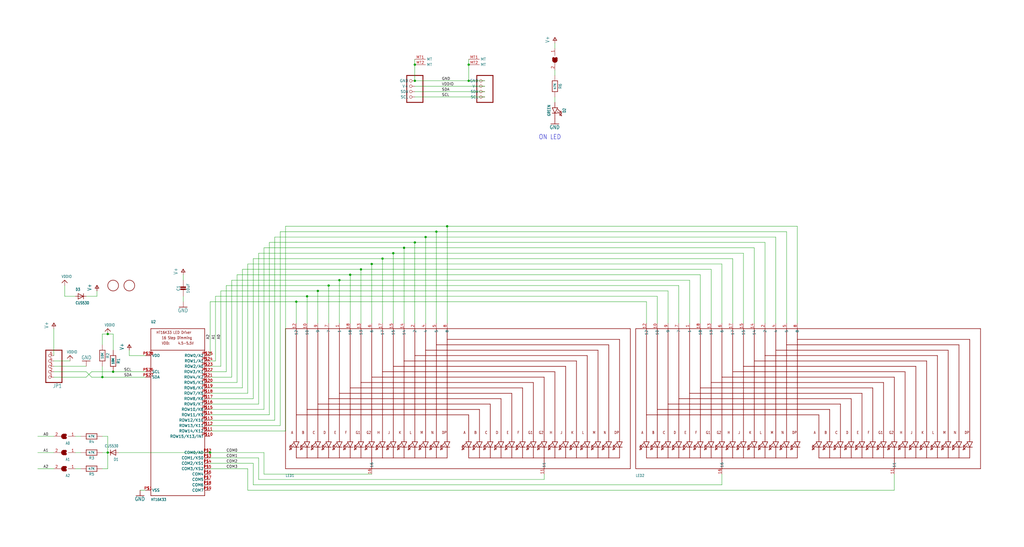
<source format=kicad_sch>
(kicad_sch (version 20230121) (generator eeschema)
  (paper "User" 482.803 257.835)
  (lib_symbols
    (symbol "working-eagle-import:CAP_CERAMIC0805-NOOUTLINE"
      (property "Reference" "C" (at -2.29 1.25 90))
      (symbol "CAP_CERAMIC0805-NOOUTLINE_1_0"
        (pin passive line (at 0 5.08 270) (length 2.54) (name "1") (number "1"))
        (pin passive line (at 0 -2.54 90) (length 2.54) (name "2") (number "2"))
      )
    )
    (symbol "working-eagle-import:DIODESOD-323F"
      (property "Reference" "D" (at -2.54 2.54 0))
      (symbol "DIODESOD-323F_1_0"
        (pin passive line (at -2.54 0 0) (length 2.54) (name "A") (number "A"))
        (pin passive line (at 2.54 0 180) (length 2.54) (name "C") (number "C"))
      )
    )
    (symbol "working-eagle-import:DISP_SEGMENT_STARBURST_DUAL_COMMONCATHODE"
      (property "Reference" "LED" (at -81.28 38.1 0))
      (symbol "DISP_SEGMENT_STARBURST_DUAL_COMMONCATHODE_1_0"
        (text "A" (at -78.74 17.78 0) (effects (font (size 1.27 1.0795)) (justify left bottom)))
        (text "A" (at 2.54 17.78 0) (effects (font (size 1.27 1.0795)) (justify left bottom)))
        (text "B" (at -73.66 17.78 0) (effects (font (size 1.27 1.0795)) (justify left bottom)))
        (text "B" (at 7.62 17.78 0) (effects (font (size 1.27 1.0795)) (justify left bottom)))
        (text "C" (at -68.58 17.78 0) (effects (font (size 1.27 1.0795)) (justify left bottom)))
        (text "C" (at 12.7 17.78 0) (effects (font (size 1.27 1.0795)) (justify left bottom)))
        (text "D" (at -63.5 17.78 0) (effects (font (size 1.27 1.0795)) (justify left bottom)))
        (text "D" (at 17.78 17.78 0) (effects (font (size 1.27 1.0795)) (justify left bottom)))
        (text "DP" (at -7.62 17.78 0) (effects (font (size 1.27 1.0795)) (justify left bottom)))
        (text "DP" (at 73.66 17.78 0) (effects (font (size 1.27 1.0795)) (justify left bottom)))
        (text "E" (at -58.42 17.78 0) (effects (font (size 1.27 1.0795)) (justify left bottom)))
        (text "E" (at 22.86 17.78 0) (effects (font (size 1.27 1.0795)) (justify left bottom)))
        (text "F" (at -53.34 17.78 0) (effects (font (size 1.27 1.0795)) (justify left bottom)))
        (text "F" (at 27.94 17.78 0) (effects (font (size 1.27 1.0795)) (justify left bottom)))
        (text "G1" (at -48.26 17.78 0) (effects (font (size 1.27 1.0795)) (justify left bottom)))
        (text "G1" (at 33.02 17.78 0) (effects (font (size 1.27 1.0795)) (justify left bottom)))
        (text "G2" (at -43.18 17.78 0) (effects (font (size 1.27 1.0795)) (justify left bottom)))
        (text "G2" (at 38.1 17.78 0) (effects (font (size 1.27 1.0795)) (justify left bottom)))
        (text "H" (at -38.1 17.78 0) (effects (font (size 1.27 1.0795)) (justify left bottom)))
        (text "H" (at 43.18 17.78 0) (effects (font (size 1.27 1.0795)) (justify left bottom)))
        (text "J" (at -33.02 17.78 0) (effects (font (size 1.27 1.0795)) (justify left bottom)))
        (text "J" (at 48.26 17.78 0) (effects (font (size 1.27 1.0795)) (justify left bottom)))
        (text "K" (at -27.94 17.78 0) (effects (font (size 1.27 1.0795)) (justify left bottom)))
        (text "K" (at 53.34 17.78 0) (effects (font (size 1.27 1.0795)) (justify left bottom)))
        (text "L" (at -22.86 17.78 0) (effects (font (size 1.27 1.0795)) (justify left bottom)))
        (text "L" (at 58.42 17.78 0) (effects (font (size 1.27 1.0795)) (justify left bottom)))
        (text "M" (at -17.78 17.78 0) (effects (font (size 1.27 1.0795)) (justify left bottom)))
        (text "M" (at 63.5 17.78 0) (effects (font (size 1.27 1.0795)) (justify left bottom)))
        (text "N" (at -12.7 17.78 0) (effects (font (size 1.27 1.0795)) (justify left bottom)))
        (text "N" (at 68.58 17.78 0) (effects (font (size 1.27 1.0795)) (justify left bottom)))
        (pin bidirectional line (at -55.88 -33.02 90) (length 2.54) (name "1") (number "1"))
        (pin bidirectional line (at -71.12 -33.02 90) (length 2.54) (name "10") (number "10"))
        (pin bidirectional line (at 40.64 38.1 270) (length 2.54) (name "11") (number "11"))
        (pin bidirectional line (at -76.2 -33.02 90) (length 2.54) (name "12") (number "12"))
        (pin bidirectional line (at -45.72 -33.02 90) (length 2.54) (name "13") (number "13"))
        (pin bidirectional line (at -25.4 -33.02 90) (length 2.54) (name "14") (number "14"))
        (pin bidirectional line (at -30.48 -33.02 90) (length 2.54) (name "15") (number "15"))
        (pin bidirectional line (at -40.64 38.1 270) (length 2.54) (name "16") (number "16"))
        (pin bidirectional line (at -35.56 -33.02 90) (length 2.54) (name "17") (number "17"))
        (pin bidirectional line (at -50.8 -33.02 90) (length 2.54) (name "18") (number "18"))
        (pin bidirectional line (at -20.32 -33.02 90) (length 2.54) (name "2") (number "2"))
        (pin bidirectional line (at -15.24 -33.02 90) (length 2.54) (name "4") (number "4"))
        (pin bidirectional line (at -10.16 -33.02 90) (length 2.54) (name "5") (number "5"))
        (pin bidirectional line (at -40.64 -33.02 90) (length 2.54) (name "6") (number "6"))
        (pin bidirectional line (at -60.96 -33.02 90) (length 2.54) (name "7") (number "7"))
        (pin bidirectional line (at -5.08 -33.02 90) (length 2.54) (name "8") (number "8"))
        (pin bidirectional line (at -66.04 -33.02 90) (length 2.54) (name "9") (number "9"))
      )
    )
    (symbol "working-eagle-import:FIDUCIAL")
    (symbol "working-eagle-import:GND" (power)
      (property "Value" "GND" (at -2.54 -2.54 0))
      (symbol "GND_1_0"
        (pin power_in line (at 0 2.54 270) (length 2.54) (name "GND") (number "1"))
      )
    )
    (symbol "working-eagle-import:HEADER-1X570MIL"
      (property "Reference" "JP" (at -6.35 8.255 0))
      (symbol "HEADER-1X570MIL_1_0"
        (pin passive inverted (at -2.54 5.08 0) (length 2.54) (name "1") (number "1"))
        (pin passive inverted (at -2.54 2.54 0) (length 2.54) (name "2") (number "2"))
        (pin passive inverted (at -2.54 0 0) (length 2.54) (name "3") (number "3"))
        (pin passive inverted (at -2.54 -2.54 0) (length 2.54) (name "4") (number "4"))
        (pin passive inverted (at -2.54 -5.08 0) (length 2.54) (name "5") (number "5"))
      )
    )
    (symbol "working-eagle-import:HT16K33_SOP28_SKINNY"
      (property "Reference" "U" (at -12.7 40.64 0))
      (symbol "HT16K33_SOP28_SKINNY_1_0"
        (text "16 Step Dimming" (at -7.62 33.02 0) (effects (font (size 1.27 1.0795)) (justify left bottom)))
        (text "4.5-5.5V" (at 0 30.48 0) (effects (font (size 1.27 1.0795)) (justify left bottom)))
        (text "HT16K33 LED Driver" (at -10.16 35.56 0) (effects (font (size 1.27 1.0795)) (justify left bottom)))
        (text "VDD:" (at -7.62 30.48 0) (effects (font (size 1.27 1.0795)) (justify left bottom)))
        (pin bidirectional line (at -15.24 -38.1 0) (length 2.54) (name "VSS") (number "P$1"))
        (pin bidirectional line (at 15.24 -12.7 180) (length 2.54) (name "ROW15/K13/INT") (number "P$10"))
        (pin bidirectional line (at 15.24 -10.16 180) (length 2.54) (name "ROW14/K12") (number "P$11"))
        (pin bidirectional line (at 15.24 -7.62 180) (length 2.54) (name "ROW13/K11") (number "P$12"))
        (pin bidirectional line (at 15.24 -5.08 180) (length 2.54) (name "ROW12/K10") (number "P$13"))
        (pin bidirectional line (at 15.24 -2.54 180) (length 2.54) (name "ROW11/K9") (number "P$14"))
        (pin bidirectional line (at 15.24 0 180) (length 2.54) (name "ROW10/K8") (number "P$15"))
        (pin bidirectional line (at 15.24 2.54 180) (length 2.54) (name "ROW9/K7") (number "P$16"))
        (pin bidirectional line (at 15.24 5.08 180) (length 2.54) (name "ROW8/K6") (number "P$17"))
        (pin bidirectional line (at 15.24 7.62 180) (length 2.54) (name "ROW7/K5") (number "P$18"))
        (pin bidirectional line (at 15.24 10.16 180) (length 2.54) (name "ROW6/K4") (number "P$19"))
        (pin bidirectional line (at 15.24 -20.32 180) (length 2.54) (name "COM0/AD") (number "P$2"))
        (pin bidirectional line (at 15.24 12.7 180) (length 2.54) (name "ROW5/K3") (number "P$20"))
        (pin bidirectional line (at 15.24 15.24 180) (length 2.54) (name "ROW4/K2") (number "P$21"))
        (pin bidirectional line (at 15.24 17.78 180) (length 2.54) (name "ROW3/K1") (number "P$22"))
        (pin bidirectional line (at 15.24 20.32 180) (length 2.54) (name "ROW2/A0") (number "P$23"))
        (pin bidirectional line (at 15.24 22.86 180) (length 2.54) (name "ROW1/A1") (number "P$24"))
        (pin bidirectional line (at 15.24 25.4 180) (length 2.54) (name "ROW0/A2") (number "P$25"))
        (pin bidirectional line (at -15.24 17.78 0) (length 2.54) (name "SCL") (number "P$26"))
        (pin bidirectional line (at -15.24 15.24 0) (length 2.54) (name "SDA") (number "P$27"))
        (pin bidirectional line (at -15.24 25.4 0) (length 2.54) (name "VDD") (number "P$28"))
        (pin bidirectional line (at 15.24 -22.86 180) (length 2.54) (name "COM1/KS0") (number "P$3"))
        (pin bidirectional line (at 15.24 -25.4 180) (length 2.54) (name "COM2/KS1") (number "P$4"))
        (pin bidirectional line (at 15.24 -27.94 180) (length 2.54) (name "COM3/KS2") (number "P$5"))
        (pin bidirectional line (at 15.24 -30.48 180) (length 2.54) (name "COM4") (number "P$6"))
        (pin bidirectional line (at 15.24 -33.02 180) (length 2.54) (name "COM5") (number "P$7"))
        (pin bidirectional line (at 15.24 -35.56 180) (length 2.54) (name "COM6") (number "P$8"))
        (pin bidirectional line (at 15.24 -38.1 180) (length 2.54) (name "COM7") (number "P$9"))
      )
    )
    (symbol "working-eagle-import:LED0603_NOOUTLINE"
      (property "Reference" "D" (at -1.27 4.445 0))
      (symbol "LED0603_NOOUTLINE_1_0"
        (pin passive line (at -5.08 0 0) (length 2.54) (name "A") (number "A"))
        (pin passive line (at 2.54 0 180) (length 2.54) (name "C") (number "C"))
      )
    )
    (symbol "working-eagle-import:RESISTOR_0603_NOOUT"
      (property "Reference" "R" (at 0 2.54 0))
      (symbol "RESISTOR_0603_NOOUT_1_0"
        (pin passive line (at -5.08 0 0) (length 2.54) (name "1") (number "1"))
        (pin passive line (at 5.08 0 180) (length 2.54) (name "2") (number "2"))
      )
    )
    (symbol "working-eagle-import:SOLDERJUMPERCLOSED"
      (property "Reference" "SJ" (at -2.54 2.54 0))
      (symbol "SOLDERJUMPERCLOSED_1_0"
        (pin passive line (at -5.08 0 0) (length 2.54) (name "1") (number "1"))
        (pin passive line (at 5.08 0 180) (length 2.54) (name "2") (number "2"))
      )
    )
    (symbol "working-eagle-import:SOLDERJUMPERREFLOW_NOPASTE"
      (property "Reference" "SJ" (at -2.54 2.54 0))
      (symbol "SOLDERJUMPERREFLOW_NOPASTE_1_0"
        (pin passive line (at -5.08 0 0) (length 2.54) (name "1") (number "1"))
        (pin passive line (at 5.08 0 180) (length 2.54) (name "2") (number "2"))
      )
    )
    (symbol "working-eagle-import:STEMMA_I2C_QTRA"
      (symbol "STEMMA_I2C_QTRA_1_0"
        (pin passive inverted (at 0 5.08 0) (length 2.54) (name "GND") (number "1"))
        (pin passive inverted (at 0 2.54 0) (length 2.54) (name "V+") (number "2"))
        (pin passive inverted (at 0 0 0) (length 2.54) (name "SDA") (number "3"))
        (pin passive inverted (at 0 -2.54 0) (length 2.54) (name "SCL") (number "4"))
      )
      (symbol "STEMMA_I2C_QTRA_2_0"
        (pin bidirectional line (at 0 0 0) (length 5.08) (name "MT") (number "MT1"))
      )
      (symbol "STEMMA_I2C_QTRA_3_0"
        (pin bidirectional line (at 0 0 0) (length 5.08) (name "MT") (number "MT2"))
      )
    )
    (symbol "working-eagle-import:V+" (power)
      (property "Value" "V+" (at -2.54 -2.54 90))
      (symbol "V+_1_0"
        (pin power_in line (at 0 -2.54 90) (length 2.54) (name "V+") (number "1"))
      )
    )
    (symbol "working-eagle-import:VDDIO" (power)
      (property "Value" "VDDIO" (at -1.524 1.016 0))
      (symbol "VDDIO_1_0"
        (pin power_in line (at 0 -2.54 90) (length 2.54) (name "VDDIO") (number "1"))
      )
    )
  )
  (junction (at 53.34 175.26))
  (junction (at 99.06 213.36))
  (junction (at 50.8 213.36))
  (junction (at 144.78 139.7))
  (junction (at 149.86 137.16))
  (junction (at 180.34 121.92))
  (junction (at 200.66 111.76))
  (junction (at 50.8 157.48))
  (junction (at 170.18 127))
  (junction (at 165.1 129.54))
  (junction (at 48.26 177.8))
  (junction (at 185.42 119.38))
  (junction (at 154.94 134.62))
  (junction (at 195.58 30.48))
  (junction (at 190.5 116.84))
  (junction (at 195.58 114.3))
  (junction (at 220.98 38.1))
  (junction (at 160.02 132.08))
  (junction (at 195.58 38.1))
  (junction (at 210.82 106.68))
  (junction (at 175.26 124.46))
  (junction (at 205.74 109.22))
  (junction (at 139.7 142.24))
  (junction (at 220.98 30.48))
  (wire (pts (xy 154.94 134.62) (xy 320.04 134.62)) (stroke (width 0.1524)))
  (wire (pts (xy 129.54 111.76) (xy 200.66 111.76)) (stroke (width 0.1524)))
  (wire (pts (xy 154.94 134.62) (xy 154.94 152.4)) (stroke (width 0.1524)))
  (wire (pts (xy 220.98 30.48) (xy 220.98 27.94)) (stroke (width 0.1524)))
  (wire (pts (xy 129.54 198.12) (xy 129.54 111.76)) (stroke (width 0.1524)))
  (wire (pts (xy 99.06 172.72) (xy 104.14 172.72)) (stroke (width 0.1524)))
  (wire (pts (xy 228.6 43.18) (xy 195.58 43.18)) (stroke (width 0.1524)))
  (wire (pts (xy 190.5 116.84) (xy 190.5 152.4)) (stroke (width 0.1524)))
  (wire (pts (xy 99.06 190.5) (xy 121.92 190.5)) (stroke (width 0.1524)))
  (wire (pts (xy 109.22 177.8) (xy 109.22 132.08)) (stroke (width 0.1524)))
  (wire (pts (xy 360.68 114.3) (xy 360.68 152.4)) (stroke (width 0.1524)))
  (wire (pts (xy 261.62 33.02) (xy 261.62 35.56)) (stroke (width 0.1524)))
  (wire (pts (xy 99.06 182.88) (xy 114.3 182.88)) (stroke (width 0.1524)))
  (wire (pts (xy 309.88 139.7) (xy 309.88 152.4)) (stroke (width 0.1524)))
  (wire (pts (xy 121.92 190.5) (xy 121.92 119.38)) (stroke (width 0.1524)))
  (wire (pts (xy 134.62 106.68) (xy 210.82 106.68)) (stroke (width 0.1524)))
  (wire (pts (xy 228.6 38.1) (xy 220.98 38.1)) (stroke (width 0.1524)))
  (wire (pts (xy 220.98 38.1) (xy 195.58 38.1)) (stroke (width 0.1524)))
  (wire (pts (xy 99.06 198.12) (xy 129.54 198.12)) (stroke (width 0.1524)))
  (wire (pts (xy 99.06 170.18) (xy 101.6 170.18)) (stroke (width 0.1524)))
  (wire (pts (xy 228.6 45.72) (xy 195.58 45.72)) (stroke (width 0.1524)))
  (wire (pts (xy 33.02 170.18) (xy 25.4 170.18)) (stroke (width 0.1524)))
  (wire (pts (xy 55.88 213.36) (xy 99.06 213.36)) (stroke (width 0.1524)))
  (wire (pts (xy 330.2 129.54) (xy 330.2 152.4)) (stroke (width 0.1524)))
  (wire (pts (xy 50.8 157.48) (xy 53.34 157.48)) (stroke (width 0.1524)))
  (wire (pts (xy 220.98 38.1) (xy 220.98 30.48)) (stroke (width 0.1524)))
  (wire (pts (xy 50.8 213.36) (xy 50.8 205.74)) (stroke (width 0.1524)))
  (wire (pts (xy 25.4 220.98) (xy 17.78 220.98)) (stroke (width 0.1524)))
  (wire (pts (xy 116.84 220.98) (xy 116.84 231.14)) (stroke (width 0.1524)))
  (wire (pts (xy 160.02 132.08) (xy 160.02 152.4)) (stroke (width 0.1524)))
  (wire (pts (xy 121.92 226.06) (xy 256.54 226.06)) (stroke (width 0.1524)))
  (wire (pts (xy 160.02 132.08) (xy 325.12 132.08)) (stroke (width 0.1524)))
  (wire (pts (xy 48.26 157.48) (xy 50.8 157.48)) (stroke (width 0.1524)))
  (wire (pts (xy 25.4 213.36) (xy 17.78 213.36)) (stroke (width 0.1524)))
  (wire (pts (xy 119.38 187.96) (xy 119.38 121.92)) (stroke (width 0.1524)))
  (wire (pts (xy 45.72 137.16) (xy 45.72 139.7)) (stroke (width 0.1524)))
  (wire (pts (xy 170.18 127) (xy 335.28 127)) (stroke (width 0.1524)))
  (wire (pts (xy 106.68 134.62) (xy 154.94 134.62)) (stroke (width 0.1524)))
  (wire (pts (xy 99.06 220.98) (xy 116.84 220.98)) (stroke (width 0.1524)))
  (wire (pts (xy 43.18 175.26) (xy 40.64 177.8)) (stroke (width 0.1524)))
  (wire (pts (xy 38.1 220.98) (xy 35.56 220.98)) (stroke (width 0.1524)))
  (wire (pts (xy 149.86 137.16) (xy 149.86 152.4)) (stroke (width 0.1524)))
  (wire (pts (xy 104.14 172.72) (xy 104.14 137.16)) (stroke (width 0.1524)))
  (wire (pts (xy 370.84 109.22) (xy 370.84 152.4)) (stroke (width 0.1524)))
  (wire (pts (xy 132.08 200.66) (xy 132.08 109.22)) (stroke (width 0.1524)))
  (wire (pts (xy 320.04 134.62) (xy 320.04 152.4)) (stroke (width 0.1524)))
  (wire (pts (xy 50.8 220.98) (xy 50.8 213.36)) (stroke (width 0.1524)))
  (wire (pts (xy 195.58 114.3) (xy 195.58 152.4)) (stroke (width 0.1524)))
  (wire (pts (xy 134.62 203.2) (xy 134.62 106.68)) (stroke (width 0.1524)))
  (wire (pts (xy 314.96 137.16) (xy 314.96 152.4)) (stroke (width 0.1524)))
  (wire (pts (xy 121.92 215.9) (xy 121.92 226.06)) (stroke (width 0.1524)))
  (wire (pts (xy 99.06 175.26) (xy 106.68 175.26)) (stroke (width 0.1524)))
  (wire (pts (xy 101.6 139.7) (xy 144.78 139.7)) (stroke (width 0.1524)))
  (wire (pts (xy 261.62 48.26) (xy 261.62 45.72)) (stroke (width 0.1524)))
  (wire (pts (xy 106.68 175.26) (xy 106.68 134.62)) (stroke (width 0.1524)))
  (wire (pts (xy 68.58 175.26) (xy 53.34 175.26)) (stroke (width 0.1524)))
  (wire (pts (xy 200.66 111.76) (xy 365.76 111.76)) (stroke (width 0.1524)))
  (wire (pts (xy 48.26 205.74) (xy 50.8 205.74)) (stroke (width 0.1524)))
  (wire (pts (xy 165.1 129.54) (xy 330.2 129.54)) (stroke (width 0.1524)))
  (wire (pts (xy 119.38 121.92) (xy 180.34 121.92)) (stroke (width 0.1524)))
  (wire (pts (xy 139.7 142.24) (xy 139.7 152.4)) (stroke (width 0.1524)))
  (wire (pts (xy 144.78 139.7) (xy 309.88 139.7)) (stroke (width 0.1524)))
  (wire (pts (xy 228.6 40.64) (xy 195.58 40.64)) (stroke (width 0.1524)))
  (wire (pts (xy 99.06 195.58) (xy 127 195.58)) (stroke (width 0.1524)))
  (wire (pts (xy 104.14 137.16) (xy 149.86 137.16)) (stroke (width 0.1524)))
  (wire (pts (xy 210.82 106.68) (xy 375.92 106.68)) (stroke (width 0.1524)))
  (wire (pts (xy 175.26 124.46) (xy 340.36 124.46)) (stroke (width 0.1524)))
  (wire (pts (xy 99.06 193.04) (xy 124.46 193.04)) (stroke (width 0.1524)))
  (wire (pts (xy 180.34 121.92) (xy 180.34 152.4)) (stroke (width 0.1524)))
  (wire (pts (xy 421.64 231.14) (xy 421.64 223.52)) (stroke (width 0.1524)))
  (wire (pts (xy 116.84 124.46) (xy 175.26 124.46)) (stroke (width 0.1524)))
  (wire (pts (xy 101.6 170.18) (xy 101.6 139.7)) (stroke (width 0.1524)))
  (wire (pts (xy 99.06 185.42) (xy 116.84 185.42)) (stroke (width 0.1524)))
  (wire (pts (xy 43.18 177.8) (xy 48.26 177.8)) (stroke (width 0.1524)))
  (wire (pts (xy 99.06 142.24) (xy 139.7 142.24)) (stroke (width 0.1524)))
  (wire (pts (xy 119.38 218.44) (xy 119.38 228.6)) (stroke (width 0.1524)))
  (wire (pts (xy 35.56 139.7) (xy 30.48 139.7)) (stroke (width 0.1524)))
  (wire (pts (xy 68.58 177.8) (xy 48.26 177.8)) (stroke (width 0.1524)))
  (wire (pts (xy 195.58 114.3) (xy 360.68 114.3)) (stroke (width 0.1524)))
  (wire (pts (xy 165.1 129.54) (xy 165.1 152.4)) (stroke (width 0.1524)))
  (wire (pts (xy 355.6 116.84) (xy 355.6 152.4)) (stroke (width 0.1524)))
  (wire (pts (xy 99.06 177.8) (xy 109.22 177.8)) (stroke (width 0.1524)))
  (wire (pts (xy 195.58 30.48) (xy 195.58 38.1)) (stroke (width 0.1524)))
  (wire (pts (xy 149.86 137.16) (xy 314.96 137.16)) (stroke (width 0.1524)))
  (wire (pts (xy 345.44 121.92) (xy 345.44 152.4)) (stroke (width 0.1524)))
  (wire (pts (xy 53.34 157.48) (xy 53.34 165.1)) (stroke (width 0.1524)))
  (wire (pts (xy 25.4 175.26) (xy 40.64 175.26)) (stroke (width 0.1524)))
  (wire (pts (xy 38.1 205.74) (xy 35.56 205.74)) (stroke (width 0.1524)))
  (wire (pts (xy 99.06 200.66) (xy 132.08 200.66)) (stroke (width 0.1524)))
  (wire (pts (xy 200.66 111.76) (xy 200.66 152.4)) (stroke (width 0.1524)))
  (wire (pts (xy 111.76 129.54) (xy 165.1 129.54)) (stroke (width 0.1524)))
  (wire (pts (xy 30.48 139.7) (xy 30.48 134.62)) (stroke (width 0.1524)))
  (wire (pts (xy 124.46 193.04) (xy 124.46 116.84)) (stroke (width 0.1524)))
  (wire (pts (xy 127 114.3) (xy 195.58 114.3)) (stroke (width 0.1524)))
  (wire (pts (xy 17.78 205.74) (xy 25.4 205.74)) (stroke (width 0.1524)))
  (wire (pts (xy 340.36 228.6) (xy 340.36 223.52)) (stroke (width 0.1524)))
  (wire (pts (xy 99.06 213.36) (xy 124.46 213.36)) (stroke (width 0.1524)))
  (wire (pts (xy 53.34 175.26) (xy 43.18 175.26)) (stroke (width 0.1524)))
  (wire (pts (xy 205.74 109.22) (xy 370.84 109.22)) (stroke (width 0.1524)))
  (wire (pts (xy 340.36 124.46) (xy 340.36 152.4)) (stroke (width 0.1524)))
  (wire (pts (xy 25.4 167.64) (xy 25.4 154.94)) (stroke (width 0.1524)))
  (wire (pts (xy 48.26 177.8) (xy 48.26 172.72)) (stroke (width 0.1524)))
  (wire (pts (xy 175.26 124.46) (xy 175.26 152.4)) (stroke (width 0.1524)))
  (wire (pts (xy 127 195.58) (xy 127 114.3)) (stroke (width 0.1524)))
  (wire (pts (xy 375.92 106.68) (xy 375.92 152.4)) (stroke (width 0.1524)))
  (wire (pts (xy 109.22 132.08) (xy 160.02 132.08)) (stroke (width 0.1524)))
  (wire (pts (xy 48.26 220.98) (xy 50.8 220.98)) (stroke (width 0.1524)))
  (wire (pts (xy 116.84 231.14) (xy 421.64 231.14)) (stroke (width 0.1524)))
  (wire (pts (xy 139.7 142.24) (xy 304.8 142.24)) (stroke (width 0.1524)))
  (wire (pts (xy 45.72 139.7) (xy 40.64 139.7)) (stroke (width 0.1524)))
  (wire (pts (xy 99.06 215.9) (xy 121.92 215.9)) (stroke (width 0.1524)))
  (wire (pts (xy 350.52 119.38) (xy 350.52 152.4)) (stroke (width 0.1524)))
  (wire (pts (xy 256.54 226.06) (xy 256.54 223.52)) (stroke (width 0.1524)))
  (wire (pts (xy 304.8 142.24) (xy 304.8 152.4)) (stroke (width 0.1524)))
  (wire (pts (xy 335.28 127) (xy 335.28 152.4)) (stroke (width 0.1524)))
  (wire (pts (xy 190.5 116.84) (xy 355.6 116.84)) (stroke (width 0.1524)))
  (wire (pts (xy 144.78 139.7) (xy 144.78 152.4)) (stroke (width 0.1524)))
  (wire (pts (xy 99.06 167.64) (xy 99.06 142.24)) (stroke (width 0.1524)))
  (wire (pts (xy 325.12 132.08) (xy 325.12 152.4)) (stroke (width 0.1524)))
  (wire (pts (xy 195.58 27.94) (xy 195.58 30.48)) (stroke (width 0.1524)))
  (wire (pts (xy 124.46 213.36) (xy 124.46 223.52)) (stroke (width 0.1524)))
  (wire (pts (xy 119.38 228.6) (xy 340.36 228.6)) (stroke (width 0.1524)))
  (wire (pts (xy 40.64 172.72) (xy 25.4 172.72)) (stroke (width 0.1524)))
  (wire (pts (xy 86.36 142.24) (xy 86.36 139.7)) (stroke (width 0.1524)))
  (wire (pts (xy 99.06 218.44) (xy 119.38 218.44)) (stroke (width 0.1524)))
  (wire (pts (xy 210.82 106.68) (xy 210.82 152.4)) (stroke (width 0.1524)))
  (wire (pts (xy 48.26 162.56) (xy 48.26 157.48)) (stroke (width 0.1524)))
  (wire (pts (xy 66.04 231.14) (xy 68.58 231.14)) (stroke (width 0.1524)))
  (wire (pts (xy 185.42 119.38) (xy 350.52 119.38)) (stroke (width 0.1524)))
  (wire (pts (xy 114.3 182.88) (xy 114.3 127)) (stroke (width 0.1524)))
  (wire (pts (xy 205.74 109.22) (xy 205.74 152.4)) (stroke (width 0.1524)))
  (wire (pts (xy 38.1 213.36) (xy 35.56 213.36)) (stroke (width 0.1524)))
  (wire (pts (xy 170.18 127) (xy 170.18 152.4)) (stroke (width 0.1524)))
  (wire (pts (xy 68.58 167.64) (xy 60.96 167.64)) (stroke (width 0.1524)))
  (wire (pts (xy 261.62 20.32) (xy 261.62 22.86)) (stroke (width 0.1524)))
  (wire (pts (xy 114.3 127) (xy 170.18 127)) (stroke (width 0.1524)))
  (wire (pts (xy 124.46 116.84) (xy 190.5 116.84)) (stroke (width 0.1524)))
  (wire (pts (xy 40.64 177.8) (xy 25.4 177.8)) (stroke (width 0.1524)))
  (wire (pts (xy 365.76 111.76) (xy 365.76 152.4)) (stroke (width 0.1524)))
  (wire (pts (xy 185.42 119.38) (xy 185.42 152.4)) (stroke (width 0.1524)))
  (wire (pts (xy 116.84 185.42) (xy 116.84 124.46)) (stroke (width 0.1524)))
  (wire (pts (xy 132.08 109.22) (xy 205.74 109.22)) (stroke (width 0.1524)))
  (wire (pts (xy 99.06 187.96) (xy 119.38 187.96)) (stroke (width 0.1524)))
  (wire (pts (xy 111.76 180.34) (xy 111.76 129.54)) (stroke (width 0.1524)))
  (wire (pts (xy 40.64 175.26) (xy 43.18 177.8)) (stroke (width 0.1524)))
  (wire (pts (xy 99.06 180.34) (xy 111.76 180.34)) (stroke (width 0.1524)))
  (wire (pts (xy 60.96 167.64) (xy 60.96 165.1)) (stroke (width 0.1524)))
  (wire (pts (xy 99.06 203.2) (xy 134.62 203.2)) (stroke (width 0.1524)))
  (wire (pts (xy 180.34 121.92) (xy 345.44 121.92)) (stroke (width 0.1524)))
  (wire (pts (xy 86.36 129.54) (xy 86.36 132.08)) (stroke (width 0.1524)))
  (wire (pts (xy 121.92 119.38) (xy 185.42 119.38)) (stroke (width 0.1524)))
  (wire (pts (xy 48.26 213.36) (xy 50.8 213.36)) (stroke (width 0.1524)))
  (wire (pts (xy 124.46 223.52) (xy 175.26 223.52)) (stroke (width 0.1524)))
  (text "ON LED" (at 254 66.04 0) (effects (font (size 2.1844 1.8567)) (justify left bottom)))
  (label "GND" (at 208.28 38.1 0) (effects (font (size 1.2446 1.2446))))
  (label "A2" (at 99.06 160.02 90) (effects (font (size 1.2446 1.2446))))
  (label "SCL" (at 208.28 45.72 0) (effects (font (size 1.2446 1.2446))))
  (label "A1" (at 101.6 160.02 90) (effects (font (size 1.2446 1.2446))))
  (label "COM1" (at 106.68 215.9 0) (effects (font (size 1.2446 1.2446))))
  (label "A0" (at 22.86 205.74 180) (effects (font (size 1.2446 1.2446))))
  (label "SDA" (at 208.28 43.18 0) (effects (font (size 1.2446 1.2446))))
  (label "A2" (at 22.86 220.98 180) (effects (font (size 1.2446 1.2446))))
  (label "VDDIO" (at 208.28 40.64 0) (effects (font (size 1.2446 1.2446))))
  (label "SCL" (at 58.42 175.26 0) (effects (font (size 1.2446 1.2446))))
  (label "SDA" (at 58.42 177.8 0) (effects (font (size 1.2446 1.2446))))
  (label "COM3" (at 106.68 220.98 0) (effects (font (size 1.2446 1.2446))))
  (label "COM2" (at 106.68 218.44 0) (effects (font (size 1.2446 1.2446))))
  (label "A1" (at 22.86 213.36 180) (effects (font (size 1.2446 1.2446))))
  (label "A0" (at 104.14 160.02 90) (effects (font (size 1.2446 1.2446))))
  (label "COM0" (at 106.68 213.36 0) (effects (font (size 1.2446 1.2446))))
  (symbol (lib_id "working-eagle-import:VDDIO") (at 33.02 167.64 0) (unit 1)
    (property "Reference" "#U$9" (effects hide))
    (property "Value" "VDDIO" (at 31.496 166.624 0) (effects (font (size 1.27 1.0795)) (justify left bottom)))
  )
  (symbol (lib_id "working-eagle-import:DISP_SEGMENT_STARBURST_DUAL_COMMONCATHODE") (at 381 185.42 0) (mirror x) (unit 1)
    (property "Reference" "LED2" (at 299.72 223.52 0) (effects (font (size 1.27 1.0795)) (justify left bottom)))
    (property "Value" "DISP_SEGMENT_STARBURST_DUAL_COMMONCATHODE" (effects hide))
    (property "Footprint" "working:SEGMENT_STARTBUST_DUAL_KWA-541CBB" (effects hide))
  )
  (symbol (lib_id "working-eagle-import:V+") (at 60.96 162.56 0) (unit 1)
    (property "Reference" "#P+4" (effects hide))
    (property "Value" "V+" (at 58.42 165.1 90) (effects (font (size 1.778 1.5113)) (justify left bottom)))
  )
  (symbol (lib_id "working-eagle-import:VDDIO") (at 50.8 154.94 0) (unit 1)
    (property "Reference" "#U$5" (effects hide))
    (property "Value" "VDDIO" (at 49.276 153.924 0) (effects (font (size 1.27 1.0795)) (justify left bottom)))
  )
  (symbol (lib_id "working-eagle-import:V+") (at 86.36 127 0) (unit 1)
    (property "Reference" "#P+1" (effects hide))
    (property "Value" "V+" (at 83.82 129.54 90) (effects (font (size 1.778 1.5113)) (justify left bottom)))
  )
  (symbol (lib_id "working-eagle-import:SOLDERJUMPERREFLOW_NOPASTE") (at 30.48 213.36 180) (unit 1)
    (property "Reference" "A1" (at 33.02 215.9 0) (effects (font (size 1.27 1.0795)) (justify left bottom)))
    (property "Value" "SOLDERJUMPERREFLOW_NOPASTE" (effects hide))
    (property "Footprint" "working:SOLDERJUMPER_REFLOW_NOPASTE" (effects hide))
  )
  (symbol (lib_id "working-eagle-import:GND") (at 66.04 233.68 0) (unit 1)
    (property "Reference" "#GND5" (effects hide))
    (property "Value" "GND" (at 63.5 236.22 0) (effects (font (size 1.778 1.5113)) (justify left bottom)))
  )
  (symbol (lib_id "working-eagle-import:RESISTOR_0603_NOOUT") (at 43.18 220.98 180) (unit 1)
    (property "Reference" "R5" (at 43.18 223.52 0))
    (property "Value" "47K" (at 43.18 220.98 0) (effects (font (size 1.016 1.016) bold)))
    (property "Footprint" "working:0603-NO" (effects hide))
  )
  (symbol (lib_id "working-eagle-import:STEMMA_I2C_QTRA") (at 195.58 43.18 0) (mirror y) (unit 1)
    (property "Reference" "CONN1" (effects hide))
    (property "Value" "STEMMA_I2C_QTRA" (effects hide))
    (property "Footprint" "working:JST_SH4_RA" (effects hide))
  )
  (symbol (lib_id "working-eagle-import:V+") (at 25.4 152.4 0) (unit 1)
    (property "Reference" "#P+3" (effects hide))
    (property "Value" "V+" (at 22.86 154.94 90) (effects (font (size 1.778 1.5113)) (justify left bottom)))
  )
  (symbol (lib_id "working-eagle-import:LED0603_NOOUTLINE") (at 261.62 53.34 270) (unit 1)
    (property "Reference" "D2" (at 266.065 52.07 0) (effects (font (size 1.27 1.0795))))
    (property "Value" "GREEN" (at 258.826 52.07 0) (effects (font (size 1.27 1.0795))))
    (property "Footprint" "working:CHIPLED_0603_NOOUTLINE" (effects hide))
  )
  (symbol (lib_id "working-eagle-import:DIODESOD-323F") (at 53.34 213.36 180) (unit 1)
    (property "Reference" "D1" (at 55.88 215.9 0) (effects (font (size 1.27 1.0795)) (justify left bottom)))
    (property "Value" "CUS530" (at 55.88 209.55 0) (effects (font (size 1.27 1.0795)) (justify left bottom)))
    (property "Footprint" "working:SOD-323F" (effects hide))
  )
  (symbol (lib_id "working-eagle-import:STEMMA_I2C_QTRA") (at 228.6 43.18 0) (mirror y) (unit 1)
    (property "Reference" "CONN2" (effects hide))
    (property "Value" "STEMMA_I2C_QTRA" (effects hide))
    (property "Footprint" "working:JST_SH4_RA" (effects hide))
  )
  (symbol (lib_id "working-eagle-import:V+") (at 261.62 17.78 0) (unit 1)
    (property "Reference" "#P+5" (effects hide))
    (property "Value" "V+" (at 259.08 20.32 90) (effects (font (size 1.778 1.5113)) (justify left bottom)))
  )
  (symbol (lib_id "working-eagle-import:STEMMA_I2C_QTRA") (at 195.58 30.48 0) (unit 3)
    (property "Reference" "CONN1" (effects hide))
    (property "Value" "STEMMA_I2C_QTRA" (effects hide))
    (property "Footprint" "working:JST_SH4_RA" (effects hide))
  )
  (symbol (lib_id "working-eagle-import:DISP_SEGMENT_STARBURST_DUAL_COMMONCATHODE") (at 215.9 185.42 0) (mirror x) (unit 1)
    (property "Reference" "LED1" (at 134.62 223.52 0) (effects (font (size 1.27 1.0795)) (justify left bottom)))
    (property "Value" "DISP_SEGMENT_STARBURST_DUAL_COMMONCATHODE" (effects hide))
    (property "Footprint" "working:SEGMENT_STARTBUST_DUAL_KWA-541CBB" (effects hide))
  )
  (symbol (lib_id "working-eagle-import:RESISTOR_0603_NOOUT") (at 53.34 170.18 270) (unit 1)
    (property "Reference" "R1" (at 55.88 170.18 0))
    (property "Value" "10K" (at 53.34 170.18 0) (effects (font (size 1.016 1.016) bold)))
    (property "Footprint" "working:0603-NO" (effects hide))
  )
  (symbol (lib_id "working-eagle-import:SOLDERJUMPERREFLOW_NOPASTE") (at 30.48 205.74 180) (unit 1)
    (property "Reference" "A0" (at 33.02 208.28 0) (effects (font (size 1.27 1.0795)) (justify left bottom)))
    (property "Value" "SOLDERJUMPERREFLOW_NOPASTE" (effects hide))
    (property "Footprint" "working:SOLDERJUMPER_REFLOW_NOPASTE" (effects hide))
  )
  (symbol (lib_id "working-eagle-import:DIODESOD-323F") (at 38.1 139.7 0) (unit 1)
    (property "Reference" "D3" (at 35.56 137.16 0) (effects (font (size 1.27 1.0795)) (justify left bottom)))
    (property "Value" "CUS530" (at 35.56 143.51 0) (effects (font (size 1.27 1.0795)) (justify left bottom)))
    (property "Footprint" "working:SOD-323F" (effects hide))
  )
  (symbol (lib_id "working-eagle-import:FIDUCIAL") (at 60.96 134.62 0) (unit 1)
    (property "Reference" "U$2" (effects hide))
    (property "Value" "FIDUCIAL" (effects hide))
    (property "Footprint" "working:FIDUCIAL_1MM" (effects hide))
  )
  (symbol (lib_id "working-eagle-import:CAP_CERAMIC0805-NOOUTLINE") (at 86.36 137.16 0) (unit 1)
    (property "Reference" "C1" (at 84.07 135.91 90))
    (property "Value" "10uF" (at 88.66 135.91 90))
    (property "Footprint" "working:0805-NO" (effects hide))
  )
  (symbol (lib_id "working-eagle-import:RESISTOR_0603_NOOUT") (at 43.18 213.36 180) (unit 1)
    (property "Reference" "R3" (at 43.18 215.9 0))
    (property "Value" "47K" (at 43.18 213.36 0) (effects (font (size 1.016 1.016) bold)))
    (property "Footprint" "working:0603-NO" (effects hide))
  )
  (symbol (lib_id "working-eagle-import:VDDIO") (at 30.48 132.08 0) (unit 1)
    (property "Reference" "#U$4" (effects hide))
    (property "Value" "VDDIO" (at 28.956 131.064 0) (effects (font (size 1.27 1.0795)) (justify left bottom)))
  )
  (symbol (lib_id "working-eagle-import:RESISTOR_0603_NOOUT") (at 43.18 205.74 180) (unit 1)
    (property "Reference" "R4" (at 43.18 208.28 0))
    (property "Value" "47K" (at 43.18 205.74 0) (effects (font (size 1.016 1.016) bold)))
    (property "Footprint" "working:0603-NO" (effects hide))
  )
  (symbol (lib_id "working-eagle-import:RESISTOR_0603_NOOUT") (at 261.62 40.64 270) (unit 1)
    (property "Reference" "R6" (at 264.16 40.64 0))
    (property "Value" "47K" (at 261.62 40.64 0) (effects (font (size 1.016 1.016) bold)))
    (property "Footprint" "working:0603-NO" (effects hide))
  )
  (symbol (lib_id "working-eagle-import:GND") (at 40.64 170.18 180) (unit 1)
    (property "Reference" "#GND2" (effects hide))
    (property "Value" "GND" (at 43.18 167.64 0) (effects (font (size 1.778 1.5113)) (justify left bottom)))
  )
  (symbol (lib_id "working-eagle-import:SOLDERJUMPERCLOSED") (at 261.62 27.94 270) (unit 1)
    (property "Reference" "LEDJMP0" (effects hide))
    (property "Value" "SOLDERJUMPERCLOSED" (effects hide))
    (property "Footprint" "working:SOLDERJUMPER_CLOSEDWIRE" (effects hide))
  )
  (symbol (lib_id "working-eagle-import:SOLDERJUMPERREFLOW_NOPASTE") (at 30.48 220.98 180) (unit 1)
    (property "Reference" "A2" (at 33.02 223.52 0) (effects (font (size 1.27 1.0795)) (justify left bottom)))
    (property "Value" "SOLDERJUMPERREFLOW_NOPASTE" (effects hide))
    (property "Footprint" "working:SOLDERJUMPER_REFLOW_NOPASTE" (effects hide))
  )
  (symbol (lib_id "working-eagle-import:RESISTOR_0603_NOOUT") (at 48.26 167.64 270) (unit 1)
    (property "Reference" "R2" (at 50.8 167.64 0))
    (property "Value" "10K" (at 48.26 167.64 0) (effects (font (size 1.016 1.016) bold)))
    (property "Footprint" "working:0603-NO" (effects hide))
  )
  (symbol (lib_id "working-eagle-import:GND") (at 86.36 144.78 0) (unit 1)
    (property "Reference" "#GND3" (effects hide))
    (property "Value" "GND" (at 83.82 147.32 0) (effects (font (size 1.778 1.5113)) (justify left bottom)))
  )
  (symbol (lib_id "working-eagle-import:GND") (at 261.62 58.42 0) (unit 1)
    (property "Reference" "#GND6" (effects hide))
    (property "Value" "GND" (at 259.08 60.96 0) (effects (font (size 1.778 1.5113)) (justify left bottom)))
  )
  (symbol (lib_id "working-eagle-import:V+") (at 45.72 134.62 0) (unit 1)
    (property "Reference" "#P+2" (effects hide))
    (property "Value" "V+" (at 43.18 137.16 90) (effects (font (size 1.778 1.5113)) (justify left bottom)))
  )
  (symbol (lib_id "working-eagle-import:HEADER-1X570MIL") (at 22.86 172.72 180) (unit 1)
    (property "Reference" "JP1" (at 29.21 180.975 0) (effects (font (size 1.778 1.5113)) (justify left bottom)))
    (property "Value" "HEADER-1X570MIL" (effects hide))
    (property "Footprint" "working:1X05_ROUND_70" (effects hide))
  )
  (symbol (lib_id "working-eagle-import:STEMMA_I2C_QTRA") (at 220.98 27.94 0) (unit 2)
    (property "Reference" "CONN2" (effects hide))
    (property "Value" "STEMMA_I2C_QTRA" (effects hide))
    (property "Footprint" "working:JST_SH4_RA" (effects hide))
  )
  (symbol (lib_id "working-eagle-import:FIDUCIAL") (at 53.34 134.62 0) (unit 1)
    (property "Reference" "U$1" (effects hide))
    (property "Value" "FIDUCIAL" (effects hide))
    (property "Footprint" "working:FIDUCIAL_1MM" (effects hide))
  )
  (symbol (lib_id "working-eagle-import:HT16K33_SOP28_SKINNY") (at 83.82 193.04 0) (unit 1)
    (property "Reference" "U2" (at 71.12 152.4 0) (effects (font (size 1.27 1.0795)) (justify left bottom)))
    (property "Value" "HT16K33" (at 71.12 236.22 0) (effects (font (size 1.27 1.0795)) (justify left bottom)))
    (property "Footprint" "working:SOP28_300MIL_SKINNY" (effects hide))
  )
  (symbol (lib_id "working-eagle-import:STEMMA_I2C_QTRA") (at 195.58 27.94 0) (unit 2)
    (property "Reference" "CONN1" (effects hide))
    (property "Value" "STEMMA_I2C_QTRA" (effects hide))
    (property "Footprint" "working:JST_SH4_RA" (effects hide))
  )
  (symbol (lib_id "working-eagle-import:STEMMA_I2C_QTRA") (at 220.98 30.48 0) (unit 3)
    (property "Reference" "CONN2" (effects hide))
    (property "Value" "STEMMA_I2C_QTRA" (effects hide))
    (property "Footprint" "working:JST_SH4_RA" (effects hide))
  )
)
</source>
